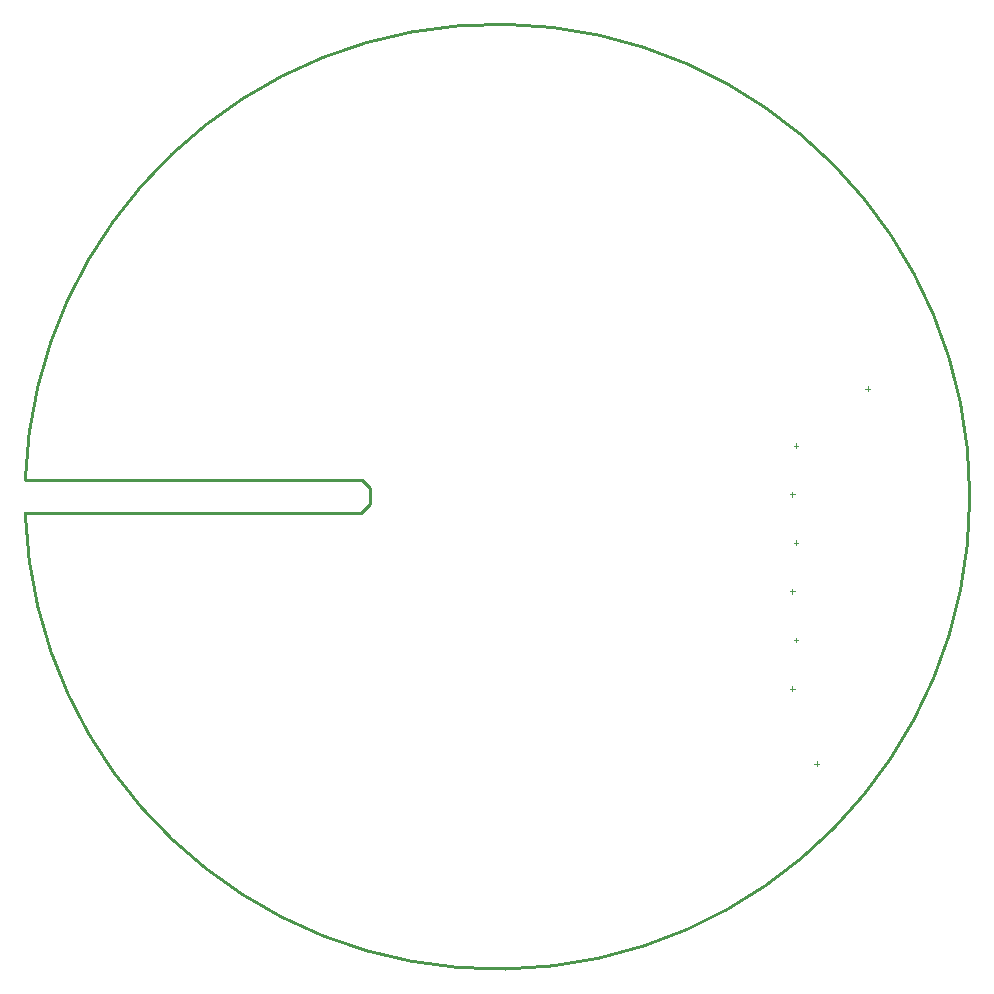
<source format=gm1>
%FSLAX25Y25*%
%MOIN*%
G70*
G01*
G75*
G04 Layer_Color=16711935*
%ADD10C,0.04000*%
%ADD11C,0.02000*%
G04:AMPARAMS|DCode=12|XSize=47.24mil|YSize=59.06mil|CornerRadius=11.81mil|HoleSize=0mil|Usage=FLASHONLY|Rotation=90.000|XOffset=0mil|YOffset=0mil|HoleType=Round|Shape=RoundedRectangle|*
%AMROUNDEDRECTD12*
21,1,0.04724,0.03543,0,0,90.0*
21,1,0.02362,0.05906,0,0,90.0*
1,1,0.02362,0.01772,0.01181*
1,1,0.02362,0.01772,-0.01181*
1,1,0.02362,-0.01772,-0.01181*
1,1,0.02362,-0.01772,0.01181*
%
%ADD12ROUNDEDRECTD12*%
%ADD13R,0.13386X0.07480*%
G04:AMPARAMS|DCode=14|XSize=47.24mil|YSize=59.06mil|CornerRadius=11.81mil|HoleSize=0mil|Usage=FLASHONLY|Rotation=180.000|XOffset=0mil|YOffset=0mil|HoleType=Round|Shape=RoundedRectangle|*
%AMROUNDEDRECTD14*
21,1,0.04724,0.03543,0,0,180.0*
21,1,0.02362,0.05906,0,0,180.0*
1,1,0.02362,-0.01181,0.01772*
1,1,0.02362,0.01181,0.01772*
1,1,0.02362,0.01181,-0.01772*
1,1,0.02362,-0.01181,-0.01772*
%
%ADD14ROUNDEDRECTD14*%
%ADD15R,0.04331X0.02559*%
%ADD16R,0.13780X0.04724*%
%ADD17R,0.08268X0.07284*%
%ADD18R,0.04724X0.13780*%
%ADD19R,0.07284X0.08268*%
%ADD20R,0.14764X0.07874*%
%ADD21R,0.02362X0.05118*%
%ADD22R,0.08465X0.13780*%
%ADD23R,0.08465X0.04331*%
%ADD24R,0.08465X0.04331*%
%ADD25O,0.02362X0.08661*%
%ADD26R,0.05118X0.02362*%
%ADD27O,0.08661X0.02362*%
%ADD28R,0.03937X0.03347*%
%ADD29R,0.03937X0.03347*%
%ADD30O,0.09055X0.02362*%
%ADD31R,0.07874X0.14764*%
%ADD32R,0.05906X0.07874*%
%ADD33C,0.01000*%
%ADD34C,0.00394*%
%ADD35C,0.06000*%
%ADD36R,0.06000X0.06000*%
%ADD37R,0.10000X0.10000*%
%ADD38C,0.10000*%
%ADD39C,0.20000*%
%ADD40C,0.07087*%
%ADD41R,0.06000X0.06000*%
%ADD42R,0.06299X0.06299*%
%ADD43C,0.06299*%
%ADD44C,0.05000*%
%ADD45R,0.05000X0.05000*%
%ADD46C,0.04000*%
%ADD47C,0.04724*%
%ADD48R,0.05906X0.05906*%
%ADD49C,0.05906*%
%ADD50C,0.00984*%
%ADD51C,0.02362*%
%ADD52C,0.00787*%
%ADD53C,0.00500*%
%ADD54C,0.00800*%
%ADD55C,0.00591*%
%ADD56R,0.07480X0.02559*%
G04:AMPARAMS|DCode=57|XSize=55.24mil|YSize=67.06mil|CornerRadius=13.81mil|HoleSize=0mil|Usage=FLASHONLY|Rotation=90.000|XOffset=0mil|YOffset=0mil|HoleType=Round|Shape=RoundedRectangle|*
%AMROUNDEDRECTD57*
21,1,0.05524,0.03943,0,0,90.0*
21,1,0.02762,0.06706,0,0,90.0*
1,1,0.02762,0.01972,0.01381*
1,1,0.02762,0.01972,-0.01381*
1,1,0.02762,-0.01972,-0.01381*
1,1,0.02762,-0.01972,0.01381*
%
%ADD57ROUNDEDRECTD57*%
%ADD58R,0.14186X0.08280*%
G04:AMPARAMS|DCode=59|XSize=55.24mil|YSize=67.06mil|CornerRadius=13.81mil|HoleSize=0mil|Usage=FLASHONLY|Rotation=180.000|XOffset=0mil|YOffset=0mil|HoleType=Round|Shape=RoundedRectangle|*
%AMROUNDEDRECTD59*
21,1,0.05524,0.03943,0,0,180.0*
21,1,0.02762,0.06706,0,0,180.0*
1,1,0.02762,-0.01381,0.01972*
1,1,0.02762,0.01381,0.01972*
1,1,0.02762,0.01381,-0.01972*
1,1,0.02762,-0.01381,-0.01972*
%
%ADD59ROUNDEDRECTD59*%
%ADD60R,0.05131X0.03359*%
%ADD61R,0.14579X0.05524*%
%ADD62R,0.09068X0.08083*%
%ADD63R,0.05524X0.14579*%
%ADD64R,0.08083X0.09068*%
%ADD65R,0.15564X0.08674*%
%ADD66R,0.03162X0.05918*%
%ADD67R,0.09265X0.14579*%
%ADD68R,0.09265X0.05131*%
%ADD69R,0.09265X0.05131*%
%ADD70O,0.03162X0.09461*%
%ADD71R,0.05918X0.03162*%
%ADD72O,0.09461X0.03162*%
%ADD73R,0.04737X0.04147*%
%ADD74R,0.04737X0.04147*%
%ADD75O,0.09855X0.03162*%
%ADD76R,0.08674X0.15564*%
%ADD77R,0.06706X0.08674*%
%ADD78C,0.06800*%
%ADD79R,0.06800X0.06800*%
%ADD80R,0.10800X0.10800*%
%ADD81C,0.10800*%
%ADD82C,0.20800*%
%ADD83C,0.07887*%
%ADD84R,0.06800X0.06800*%
%ADD85R,0.07099X0.07099*%
%ADD86C,0.07099*%
%ADD87C,0.05800*%
%ADD88R,0.05800X0.05800*%
%ADD89C,0.04800*%
%ADD90C,0.05524*%
%ADD91R,0.06706X0.06706*%
%ADD92C,0.06706*%
D33*
X255116Y320504D02*
G03*
X255116Y331496I157384J5496D01*
G01*
Y320504D02*
X367004D01*
X370000Y323500D01*
Y329004D01*
X255116Y331496D02*
X367508D01*
X370000Y329004D01*
X255116Y320504D02*
G03*
X255116Y331496I157384J5496D01*
G01*
Y320504D02*
X367004D01*
X370000Y323500D01*
Y329004D01*
X255116Y331496D02*
X367508D01*
X370000Y329004D01*
D34*
X511268Y343000D02*
X512843D01*
X512055Y342213D02*
Y343787D01*
X510087Y262000D02*
X511661D01*
X510874Y261213D02*
Y262787D01*
X511268Y278200D02*
X512843D01*
X512055Y277413D02*
Y278987D01*
X510087Y294400D02*
X511661D01*
X510874Y293613D02*
Y295187D01*
X511268Y310600D02*
X512843D01*
X512055Y309813D02*
Y311387D01*
X510087Y326800D02*
X511661D01*
X510874Y326013D02*
Y327587D01*
X519000Y236213D02*
Y237787D01*
X518213Y237000D02*
X519787D01*
X536000Y361213D02*
Y362787D01*
X535213Y362000D02*
X536787D01*
X511268Y343000D02*
X512843D01*
X512055Y342213D02*
Y343787D01*
X510087Y262000D02*
X511661D01*
X510874Y261213D02*
Y262787D01*
X511268Y278200D02*
X512843D01*
X512055Y277413D02*
Y278987D01*
X510087Y294400D02*
X511661D01*
X510874Y293613D02*
Y295187D01*
X511268Y310600D02*
X512843D01*
X512055Y309813D02*
Y311387D01*
X510087Y326800D02*
X511661D01*
X510874Y326013D02*
Y327587D01*
X519000Y236213D02*
Y237787D01*
X518213Y237000D02*
X519787D01*
X536000Y361213D02*
Y362787D01*
X535213Y362000D02*
X536787D01*
M02*

</source>
